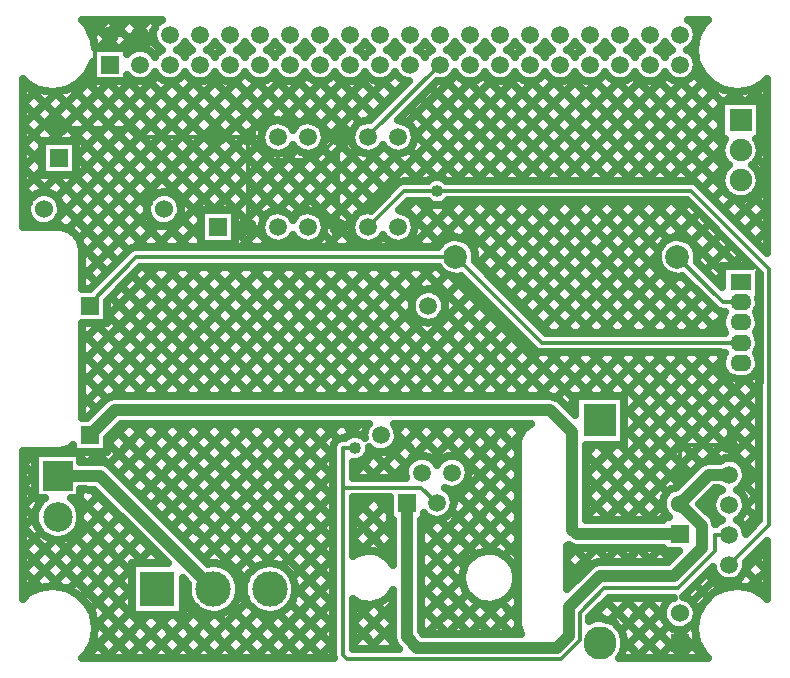
<source format=gbr>
G04 DipTrace 2.4.0.1*
%INTop.gbr*%
%MOMM*%
%ADD13C,1.0*%
%ADD14C,0.33*%
%ADD15C,0.635*%
%ADD16C,2.0*%
%ADD18R,1.5X1.5*%
%ADD19C,1.5*%
%ADD20R,2.8X2.8*%
%ADD21C,2.8*%
%ADD22C,1.5*%
%ADD23R,2.5X2.5*%
%ADD24C,2.5*%
%ADD25R,1.524X1.524*%
%ADD26C,1.524*%
%ADD27R,1.9X1.9*%
%ADD28C,1.9*%
%ADD29C,1.524*%
%ADD30R,3.0X3.0*%
%ADD31C,3.0*%
%ADD32R,1.8X1.4*%
%ADD33O,1.8X1.4*%
%ADD34C,1.016*%
%FSLAX53Y53*%
G04*
G71*
G90*
G75*
G01*
%LNTop*%
%LPD*%
X66610Y21480D2*
D13*
X57885D1*
X57530Y21835D1*
Y30122D1*
X55672Y31980D1*
X18807D1*
X16668Y29841D1*
X30070Y47470D2*
D14*
Y55090D1*
X14050Y55850D2*
X17122Y58922D1*
Y62529D1*
X18365Y63772D1*
X14050Y55850D2*
X19824D1*
X20584Y55090D1*
X27530D1*
X18365Y63772D2*
X20905D1*
X37690Y55090D2*
Y47470D1*
X30070Y55090D2*
X31985Y53175D1*
X35775D1*
X37690Y55090D1*
X27530D2*
X30070D1*
X66610Y26560D2*
Y28392D1*
X67270Y29052D1*
X70808D1*
X30020Y47440D2*
X30070D1*
Y47470D1*
X37690D2*
X39290Y45870D1*
X43920D1*
X47840Y49790D1*
X67300D1*
X73540Y43550D1*
Y34240D1*
X70808Y31508D1*
Y29052D1*
X66424Y44955D2*
X70269Y41110D1*
X71760D1*
X40230Y47470D2*
X43260Y50500D1*
X46100D1*
Y50560D1*
X67565D1*
X74200Y43925D1*
Y22284D1*
X70808Y18892D1*
X39140Y28760D2*
X38120D1*
Y25420D1*
X44750D1*
X46040Y24130D1*
X38120Y25420D2*
Y11230D1*
X38420Y10930D1*
X56580D1*
X58130Y12480D1*
Y14830D1*
X60240Y16940D1*
X66500D1*
X69620Y20060D1*
Y21432D1*
X70808D1*
X71760Y37690D2*
X54940D1*
X48370Y44260D1*
X47628D1*
Y44910D1*
X20600D1*
X16668Y40978D1*
Y40796D1*
X47628Y44910D2*
Y44955D1*
X46305Y61232D2*
X40230Y55157D1*
Y55090D1*
X27134Y16827D2*
D13*
X17531Y26430D1*
X13950D1*
X43500Y24130D2*
Y12758D1*
X44408Y11850D1*
X56210D1*
X57240Y12880D1*
Y15310D1*
X59890Y17960D1*
X66110D1*
X68480Y20330D1*
Y22150D1*
X66610Y24020D1*
X69102Y26512D1*
X70808D1*
D34*
X39140Y28760D3*
X46100Y50500D3*
X18113Y64974D2*
D15*
X16912Y63773D1*
X12227Y59088D2*
X11026Y57887D1*
X19909Y64974D2*
X17635Y62700D1*
X13848Y58912D2*
X11026Y56091D1*
X21705Y64974D2*
X19431Y62700D1*
X16900Y60168D2*
X11026Y54295D1*
X22000Y63473D2*
X21206Y62679D1*
X18289Y59761D2*
X13306Y54779D1*
X12585Y54057D2*
X11026Y52499D1*
X20232Y59909D2*
X15102Y54779D1*
X12585Y52261D2*
X11026Y50702D1*
X24891Y62771D2*
X24447Y62328D1*
X22351Y60231D2*
X15516Y53397D1*
X13960Y51840D2*
X12548Y50429D1*
X11350Y49231D2*
X11029Y48909D1*
X23719Y59803D2*
X13909Y49994D1*
X11792Y47877D2*
X11440Y47524D1*
X25536Y59824D2*
X14155Y48443D1*
X30124Y62617D2*
X29674Y62166D1*
X27585Y60077D2*
X14850Y47342D1*
X32327Y63024D2*
X32149Y62845D1*
X31993Y62690D2*
X31810Y62507D1*
X29788Y60484D2*
X15790Y46486D1*
X30875Y59775D2*
X16021Y44921D1*
X35393Y62498D2*
X34880Y61984D1*
X32854Y59958D2*
X23318Y50422D1*
X21516Y48620D2*
X16021Y43125D1*
X37533Y62841D2*
X37076Y62384D1*
X34986Y60295D2*
X24314Y49622D1*
X22323Y47631D2*
X20462Y45770D1*
X36263Y59775D2*
X32999Y56512D1*
X31184Y54696D2*
X22279Y45791D1*
X38136Y59853D2*
X34781Y56498D1*
X32019Y53735D2*
X27218Y48935D1*
X26062Y47778D2*
X24075Y45791D1*
X22309Y44025D2*
X18133Y39849D1*
X17615Y39331D2*
X16021Y37737D1*
X42760Y62680D2*
X42316Y62237D1*
X40220Y60140D2*
X36213Y56133D1*
X34109Y54029D2*
X29000Y48920D1*
X26083Y46003D2*
X25876Y45796D1*
X24105Y44025D2*
X16021Y35941D1*
X41771Y59895D2*
X36535Y54659D1*
X35583Y53707D2*
X29000Y47124D1*
X27879Y46003D2*
X27672Y45796D1*
X25901Y44025D2*
X16021Y34145D1*
X43461Y59789D2*
X40226Y56554D1*
X38761Y55089D2*
X32607Y48935D1*
X31142Y47470D2*
X29463Y45791D1*
X27697Y44025D2*
X16021Y32349D1*
X12150Y28478D2*
X11026Y27354D1*
X48015Y62547D2*
X47536Y62068D1*
X39357Y53889D2*
X33813Y48345D1*
X31738Y46270D2*
X31260Y45791D1*
X29493Y44025D2*
X18645Y33177D1*
X11981Y26513D2*
X11026Y25558D1*
X50176Y62911D2*
X49704Y62440D1*
X47636Y60372D2*
X43593Y56329D1*
X41532Y54268D2*
X35974Y48710D1*
X33913Y46649D2*
X33056Y45791D1*
X31289Y44025D2*
X20462Y33198D1*
X11981Y24717D2*
X11026Y23762D1*
X48822Y59761D2*
X44239Y55179D1*
X42683Y53622D2*
X36620Y47559D1*
X35064Y46003D2*
X34857Y45796D1*
X33085Y44025D2*
X22258Y33198D1*
X19825Y30765D2*
X18133Y29073D1*
X17433Y28373D2*
X16709Y27648D1*
X11981Y22921D2*
X11026Y21966D1*
X50751Y59895D2*
X39650Y48794D1*
X38908Y48052D2*
X36648Y45791D1*
X34881Y44025D2*
X24054Y33198D1*
X21621Y30765D2*
X18273Y27417D1*
X16072Y25215D2*
X15916Y25060D1*
X12466Y21609D2*
X11026Y20170D1*
X55395Y62743D2*
X54952Y62300D1*
X52856Y60203D2*
X44035Y51383D1*
X39126Y46473D2*
X38444Y45791D1*
X36677Y44025D2*
X25850Y33198D1*
X23417Y30765D2*
X19178Y26526D1*
X17433Y24780D2*
X15895Y23243D1*
X13637Y20985D2*
X11026Y18374D1*
X54266Y59817D2*
X46175Y51727D1*
X44065Y49616D2*
X43299Y48850D1*
X40480Y46031D2*
X40236Y45788D1*
X38473Y44025D2*
X27646Y33198D1*
X25213Y30765D2*
X20076Y25628D1*
X18331Y23882D2*
X11026Y16578D1*
X56055Y59810D2*
X47684Y51439D1*
X45608Y49364D2*
X44176Y47931D1*
X42311Y46066D2*
X42035Y45791D1*
X40269Y44025D2*
X29442Y33198D1*
X27009Y30765D2*
X20974Y24730D1*
X19229Y22984D2*
X13362Y17118D1*
X60636Y62596D2*
X60179Y62138D1*
X58096Y60056D2*
X49480Y51439D1*
X47720Y49680D2*
X43832Y45791D1*
X42065Y44025D2*
X31239Y33198D1*
X28805Y30765D2*
X21872Y23832D1*
X20127Y22086D2*
X14899Y16858D1*
X62825Y62989D2*
X62326Y62489D1*
X60285Y60449D2*
X51276Y51439D1*
X49516Y49680D2*
X45628Y45791D1*
X43861Y44025D2*
X33035Y33198D1*
X30601Y30765D2*
X22770Y22934D1*
X21025Y21188D2*
X15986Y16150D1*
X61401Y59768D2*
X53072Y51439D1*
X51312Y49680D2*
X48217Y46584D1*
X45657Y44025D2*
X34831Y33198D1*
X32398Y30765D2*
X23668Y22036D1*
X21923Y20290D2*
X20680Y19047D1*
X20169Y18536D2*
X16751Y15118D1*
X68403Y64974D2*
X67924Y64496D1*
X63365Y59937D2*
X54868Y51439D1*
X53108Y49680D2*
X49171Y45742D1*
X46843Y43414D2*
X45663Y42234D1*
X43889Y40461D2*
X36627Y33198D1*
X34194Y30765D2*
X24566Y21138D1*
X22821Y19392D2*
X22479Y19050D1*
X20169Y16740D2*
X17137Y13708D1*
X67891Y62666D2*
X67587Y62363D1*
X65491Y60266D2*
X56664Y51439D1*
X54904Y49680D2*
X49564Y44339D1*
X48288Y43064D2*
X46666Y41442D1*
X44682Y39458D2*
X38423Y33198D1*
X35990Y30765D2*
X25464Y20240D1*
X20169Y14944D2*
X16246Y11021D1*
X66803Y59782D2*
X58460Y51439D1*
X56700Y49680D2*
X50462Y43441D1*
X49186Y42166D2*
X40219Y33198D1*
X37786Y30765D2*
X26363Y19342D1*
X21628Y14607D2*
X18042Y11021D1*
X68852Y60035D2*
X60256Y51439D1*
X58496Y49680D2*
X51360Y42543D1*
X50084Y41268D2*
X42015Y33198D1*
X39582Y30765D2*
X38696Y29880D1*
X37238Y28422D2*
X27780Y18963D1*
X25003Y16186D2*
X24602Y15785D1*
X23424Y14607D2*
X19838Y11021D1*
X69877Y59264D2*
X62053Y51440D1*
X60293Y49680D2*
X52259Y41646D1*
X50983Y40370D2*
X43812Y33199D1*
X37239Y26626D2*
X28861Y18248D1*
X25712Y15099D2*
X21635Y11022D1*
X71287Y58878D2*
X70598Y58189D1*
X70094Y57685D2*
X63849Y51440D1*
X62089Y49680D2*
X53157Y40748D1*
X51881Y39472D2*
X45608Y33199D1*
X43175Y30766D2*
X42738Y30329D1*
X40852Y28444D2*
X39006Y26597D1*
X37239Y24830D2*
X31387Y18978D1*
X29732Y17323D2*
X29352Y16943D1*
X27017Y14608D2*
X23431Y11022D1*
X73974Y59769D2*
X72394Y58189D1*
X70094Y55889D2*
X65645Y51440D1*
X63885Y49680D2*
X54055Y39850D1*
X52779Y38574D2*
X47404Y33199D1*
X44971Y30766D2*
X40507Y26302D1*
X37239Y23034D2*
X32979Y18774D1*
X29936Y15731D2*
X25227Y11022D1*
X73974Y57973D2*
X73425Y57424D1*
X70101Y54100D2*
X67441Y51440D1*
X65681Y49680D2*
X54953Y38952D1*
X53677Y37676D2*
X49200Y33199D1*
X46767Y30766D2*
X42303Y26302D1*
X40537Y24536D2*
X39006Y23005D1*
X37239Y21238D2*
X33863Y17862D1*
X30848Y14847D2*
X27023Y11022D1*
X73974Y56177D2*
X73425Y55628D1*
X70578Y52781D2*
X68599Y50802D1*
X67323Y49526D2*
X56370Y38573D1*
X54646Y36848D2*
X50996Y33199D1*
X48563Y30766D2*
X45657Y27860D1*
X42031Y24234D2*
X39006Y21209D1*
X37239Y19442D2*
X33997Y16200D1*
X32518Y14721D2*
X28819Y11022D1*
X73974Y54381D2*
X73418Y53825D1*
X70263Y50670D2*
X69497Y49904D1*
X68221Y48628D2*
X66248Y46655D1*
X64720Y45127D2*
X58166Y38573D1*
X56399Y36806D2*
X52792Y33199D1*
X50359Y30766D2*
X47691Y28098D1*
X42256Y22662D2*
X39532Y19939D1*
X37239Y17646D2*
X30615Y11022D1*
X73974Y52585D2*
X73355Y51966D1*
X71231Y49842D2*
X70395Y49005D1*
X69119Y47730D2*
X67609Y46220D1*
X65155Y43766D2*
X59962Y38573D1*
X58196Y36806D2*
X54588Y33199D1*
X52155Y30766D2*
X48660Y27270D1*
X42284Y20894D2*
X41293Y19904D1*
X37239Y15850D2*
X32411Y11022D1*
X73974Y50789D2*
X71293Y48107D1*
X70017Y46832D2*
X68143Y44957D1*
X66425Y43240D2*
X61758Y38573D1*
X59992Y36806D2*
X56251Y33066D1*
X53151Y29966D2*
X47502Y24317D1*
X45855Y22669D2*
X44717Y21532D1*
X37239Y14054D2*
X34207Y11022D1*
X73974Y48993D2*
X72191Y47209D1*
X70915Y45934D2*
X68816Y43835D1*
X67541Y42559D2*
X63554Y38573D1*
X61788Y36806D2*
X58215Y33234D1*
X57732Y32751D2*
X57191Y32210D1*
X52878Y27896D2*
X44717Y19735D1*
X40453Y15471D2*
X39006Y14025D1*
X37239Y12258D2*
X36003Y11022D1*
X73974Y47197D2*
X73089Y46311D1*
X71813Y45036D2*
X71012Y44235D1*
X70143Y43366D2*
X69714Y42937D1*
X68439Y41661D2*
X65350Y38573D1*
X63584Y36806D2*
X60011Y33234D1*
X52878Y26100D2*
X44717Y17939D1*
X42284Y15506D2*
X39006Y12229D1*
X69337Y40763D2*
X67146Y38573D1*
X65380Y36806D2*
X61807Y33234D1*
X52878Y24304D2*
X44717Y16143D1*
X42284Y13710D2*
X40388Y11815D1*
X70242Y39872D2*
X68942Y38573D1*
X67176Y36806D2*
X61969Y31599D1*
X59367Y28998D2*
X58748Y28379D1*
X52878Y22508D2*
X50470Y20100D1*
X48163Y17793D2*
X44717Y14347D1*
X42459Y12090D2*
X42184Y11815D1*
X68972Y36806D2*
X61969Y29803D1*
X61163Y28998D2*
X58748Y26583D1*
X52878Y20712D2*
X51845Y19679D1*
X48584Y16418D2*
X45236Y13070D1*
X70172Y36210D2*
X58748Y24787D1*
X52878Y18916D2*
X52631Y18669D1*
X49587Y15626D2*
X47032Y13070D1*
X70635Y34877D2*
X58748Y22991D1*
X52878Y17120D2*
X52546Y16789D1*
X51467Y15710D2*
X48828Y13070D1*
X72136Y34582D2*
X60250Y22696D1*
X57817Y20263D2*
X57121Y19567D1*
X52878Y15324D2*
X50624Y13070D1*
X73315Y33965D2*
X62046Y22696D1*
X59613Y20263D2*
X57121Y17771D1*
X52920Y13570D2*
X52420Y13070D1*
X73315Y32169D2*
X68830Y27684D1*
X65127Y23981D2*
X63842Y22696D1*
X61409Y20263D2*
X60320Y19174D1*
X73315Y30373D2*
X70921Y27979D1*
X63205Y20263D2*
X62116Y19174D1*
X73315Y28577D2*
X72057Y27320D1*
X70003Y25265D2*
X68557Y23819D1*
X65001Y20263D2*
X63912Y19174D1*
X60798Y16061D2*
X59015Y14277D1*
X73315Y26781D2*
X71700Y25166D1*
X69617Y23083D2*
X69447Y22913D1*
X62594Y16061D2*
X60748Y14214D1*
X73315Y24985D2*
X72275Y23945D1*
X64391Y16061D2*
X61688Y13358D1*
X73315Y23189D2*
X72163Y22037D1*
X65162Y15036D2*
X61898Y11773D1*
X69758Y17836D2*
X67708Y15786D1*
X65590Y13668D2*
X62944Y11022D1*
X73974Y20256D2*
X72198Y18480D1*
X71217Y17499D2*
X70738Y17020D1*
X67120Y13402D2*
X64740Y11022D1*
X73974Y18460D2*
X72513Y16999D1*
X68004Y12490D2*
X66536Y11022D1*
X73974Y16664D2*
X73723Y16413D1*
X68593Y11283D2*
X68332Y11022D1*
X72773Y59088D2*
X73974Y57887D1*
X67497Y62568D2*
X67926Y62138D1*
X71152Y58912D2*
X71876Y58188D1*
X73425Y56639D2*
X73974Y56091D1*
X65322Y62947D2*
X65801Y62468D1*
X67862Y60407D2*
X70094Y58174D1*
X73418Y54850D2*
X73974Y54295D1*
X66704Y59768D2*
X70094Y56378D1*
X73257Y53216D2*
X73974Y52499D1*
X64761Y59916D2*
X70165Y54512D1*
X73425Y51251D2*
X73974Y50702D1*
X60109Y62771D2*
X60546Y62335D1*
X62649Y60231D2*
X70417Y52463D1*
X72780Y50101D2*
X73974Y48906D1*
X61288Y59796D2*
X70214Y50871D1*
X71194Y49890D2*
X73974Y47110D1*
X59464Y59824D2*
X67990Y51299D1*
X54869Y62624D2*
X55319Y62173D1*
X57408Y60084D2*
X66053Y51439D1*
X55614Y60083D2*
X64257Y51439D1*
X66017Y49680D2*
X71455Y44241D1*
X54125Y59775D2*
X62461Y51439D1*
X64221Y49680D2*
X70143Y43757D1*
X49607Y62498D2*
X50113Y61991D1*
X52146Y59958D2*
X60665Y51439D1*
X62425Y49680D2*
X65618Y46486D1*
X47467Y62841D2*
X47917Y62391D1*
X50007Y60302D2*
X58869Y51439D1*
X60629Y49680D2*
X64790Y45518D1*
X70030Y40278D2*
X70281Y40027D1*
X48737Y59775D2*
X57073Y51439D1*
X58833Y49680D2*
X69940Y38572D1*
X46857Y59860D2*
X55277Y51439D1*
X57037Y49680D2*
X68144Y38572D1*
X69911Y36806D2*
X70228Y36488D1*
X72149Y34568D2*
X73315Y33401D1*
X42233Y62687D2*
X42677Y62244D1*
X45636Y59284D2*
X53481Y51439D1*
X55240Y49680D2*
X66348Y38572D1*
X68115Y36806D2*
X73315Y31605D1*
X43243Y59881D2*
X43462Y59662D1*
X44738Y58386D2*
X51685Y51439D1*
X53444Y49680D2*
X64552Y38572D1*
X66318Y36806D2*
X73315Y29809D1*
X41539Y59789D2*
X42564Y58764D1*
X43840Y57488D2*
X49889Y51439D1*
X51648Y49680D2*
X62756Y38572D1*
X64522Y36806D2*
X73315Y28013D1*
X36985Y62547D2*
X37457Y62075D1*
X39525Y60007D2*
X41666Y57866D1*
X44212Y55320D2*
X48093Y51439D1*
X49852Y49680D2*
X60960Y38572D1*
X62726Y36806D2*
X73315Y26217D1*
X34817Y62918D2*
X35289Y62447D1*
X37357Y60379D2*
X40768Y56968D1*
X43756Y53980D2*
X46009Y51727D1*
X48056Y49680D2*
X59164Y38572D1*
X60930Y36806D2*
X69989Y27747D1*
X72043Y25692D2*
X73315Y24421D1*
X36178Y59761D2*
X39540Y56399D1*
X42156Y53784D2*
X44557Y51383D1*
X46583Y49357D2*
X57368Y38572D1*
X59134Y36806D2*
X68404Y27536D1*
X72254Y23686D2*
X73294Y22646D1*
X34249Y59895D2*
X38783Y55361D1*
X40500Y53644D2*
X42845Y51299D1*
X44527Y49616D2*
X47475Y46668D1*
X49340Y44804D2*
X55572Y38572D1*
X57338Y36806D2*
X60911Y33233D1*
X61969Y32175D2*
X67492Y26652D1*
X69244Y24900D2*
X69491Y24653D1*
X72128Y22016D2*
X72389Y21755D1*
X73664Y20480D2*
X73971Y20172D1*
X29598Y62750D2*
X30041Y62307D1*
X32137Y60210D2*
X41919Y50429D1*
X43194Y49153D2*
X46290Y46058D1*
X55542Y36806D2*
X59115Y33233D1*
X61969Y30379D2*
X66593Y25754D1*
X68346Y24002D2*
X69814Y22534D1*
X72766Y19582D2*
X73974Y18374D1*
X30734Y59817D2*
X34265Y56287D1*
X36347Y54205D2*
X41021Y49531D1*
X43966Y46586D2*
X44760Y45791D1*
X47263Y43288D2*
X57732Y32819D1*
X61555Y28997D2*
X65513Y25039D1*
X72191Y18361D2*
X73974Y16578D1*
X28938Y59817D2*
X32237Y56519D1*
X35133Y53622D2*
X39856Y48899D1*
X42752Y46003D2*
X42959Y45796D1*
X44731Y44025D2*
X55558Y33198D1*
X59759Y28997D2*
X65239Y23516D1*
X71272Y17484D2*
X71631Y17125D1*
X21985Y64974D2*
X22279Y64681D1*
X24357Y62603D2*
X24814Y62145D1*
X26897Y60063D2*
X31262Y55698D1*
X33218Y53742D2*
X38881Y48079D1*
X40837Y46123D2*
X41168Y45791D1*
X42935Y44025D2*
X44788Y42171D1*
X46709Y40250D2*
X53762Y33198D1*
X58748Y28211D2*
X64264Y22695D1*
X68900Y18059D2*
X70108Y16851D1*
X20189Y64974D2*
X22667Y62496D1*
X24708Y60456D2*
X39372Y45791D1*
X41139Y44025D2*
X43918Y41245D1*
X45776Y39387D2*
X51965Y33198D1*
X58748Y26415D2*
X62468Y22695D1*
X64901Y20262D2*
X65780Y19384D1*
X68002Y17161D2*
X69021Y16143D1*
X18393Y64974D2*
X20682Y62686D1*
X23599Y59768D2*
X34545Y48822D1*
X36501Y46866D2*
X37576Y45791D1*
X39343Y44025D2*
X50169Y33198D1*
X52603Y30765D2*
X53207Y30160D1*
X58748Y24619D2*
X60672Y22695D1*
X63105Y20262D2*
X64187Y19180D1*
X67097Y16270D2*
X67358Y16009D1*
X67855Y15513D2*
X68256Y15111D1*
X16597Y64974D2*
X18872Y62700D1*
X21635Y59937D2*
X32637Y48935D1*
X35526Y46045D2*
X35782Y45789D1*
X37547Y44025D2*
X48373Y33198D1*
X50806Y30765D2*
X52878Y28694D1*
X61309Y20262D2*
X62391Y19180D1*
X65512Y16060D2*
X65651Y15920D1*
X19832Y59944D2*
X31416Y48359D1*
X33498Y46277D2*
X33984Y45791D1*
X35751Y44025D2*
X46577Y33198D1*
X49010Y30765D2*
X52878Y26898D1*
X59513Y20262D2*
X60595Y19180D1*
X63716Y16060D2*
X65141Y14634D1*
X66473Y13303D2*
X68754Y11021D1*
X18218Y59761D2*
X32188Y45791D1*
X33954Y44025D2*
X44781Y33198D1*
X47214Y30765D2*
X52878Y25102D1*
X57689Y20290D2*
X59087Y18893D1*
X61920Y16060D2*
X66958Y11021D1*
X16155Y60028D2*
X27249Y48935D1*
X28994Y47189D2*
X30392Y45791D1*
X32158Y44025D2*
X42985Y33198D1*
X45418Y30765D2*
X52878Y23306D1*
X57121Y19063D2*
X58182Y18002D1*
X60376Y15807D2*
X65162Y11021D1*
X15123Y59264D2*
X26062Y48325D1*
X28383Y46004D2*
X28592Y45795D1*
X30362Y44026D2*
X41188Y33199D1*
X43621Y30766D2*
X46485Y27902D1*
X48547Y25841D2*
X52877Y21510D1*
X57127Y17260D2*
X57285Y17103D1*
X59484Y14903D2*
X60005Y14382D1*
X61961Y12426D2*
X63365Y11022D1*
X13713Y58878D2*
X22281Y50310D1*
X24293Y48298D2*
X26062Y46529D1*
X26587Y46004D2*
X26796Y45795D1*
X28565Y44026D2*
X39392Y33199D1*
X42808Y29784D2*
X44479Y28112D1*
X47389Y25202D2*
X52877Y19714D1*
X11026Y59769D2*
X21502Y49293D1*
X23269Y47527D2*
X25003Y45792D1*
X26769Y44026D2*
X37596Y33199D1*
X42176Y28619D2*
X43447Y27348D1*
X47354Y23441D2*
X50716Y20079D1*
X11026Y57973D2*
X14220Y54780D1*
X15516Y53483D2*
X23207Y45792D1*
X24973Y44026D2*
X35800Y33199D1*
X38233Y30766D2*
X39013Y29986D1*
X40366Y28633D2*
X42697Y26302D1*
X46316Y22684D2*
X49243Y19757D1*
X52461Y16538D2*
X52877Y16122D1*
X11026Y56177D2*
X12585Y54618D1*
X15362Y51841D2*
X21411Y45792D1*
X23177Y44026D2*
X34004Y33199D1*
X36437Y30766D2*
X37666Y29537D1*
X39594Y27609D2*
X40901Y26302D1*
X44716Y22487D2*
X48387Y18816D1*
X51514Y15689D2*
X52877Y14326D1*
X11026Y54381D2*
X12585Y52822D1*
X13566Y51841D2*
X19909Y45498D1*
X21381Y44026D2*
X32208Y33199D1*
X34641Y30766D2*
X37238Y28168D1*
X40871Y24536D2*
X42030Y23377D1*
X44716Y20691D2*
X48267Y17140D1*
X49837Y15569D2*
X52336Y13070D1*
X11026Y52585D2*
X13230Y50381D1*
X14197Y49414D2*
X19011Y44600D1*
X20287Y43324D2*
X30412Y33199D1*
X32845Y30766D2*
X37238Y26372D1*
X39075Y24536D2*
X42283Y21328D1*
X44716Y18895D2*
X50540Y13070D1*
X11026Y50789D2*
X11757Y50058D1*
X13874Y47940D2*
X14332Y47483D1*
X15979Y45836D2*
X18113Y43702D1*
X19389Y42426D2*
X28616Y33199D1*
X31049Y30766D2*
X37238Y24576D1*
X39005Y22810D2*
X42283Y19532D1*
X44716Y17099D2*
X48744Y13070D1*
X11026Y48993D2*
X11375Y48644D1*
X16021Y43998D2*
X17215Y42804D1*
X18491Y41528D2*
X26820Y33199D1*
X29253Y30766D2*
X37238Y22780D1*
X39005Y21014D2*
X39947Y20072D1*
X44716Y15303D2*
X46948Y13070D1*
X18133Y40090D2*
X25024Y33199D1*
X27457Y30766D2*
X37238Y20984D1*
X42029Y16194D2*
X42277Y15945D1*
X44716Y13507D2*
X45152Y13070D1*
X17102Y39325D2*
X23228Y33199D1*
X25661Y30766D2*
X37238Y19188D1*
X40899Y15527D2*
X42283Y14144D1*
X16021Y38609D2*
X21432Y33199D1*
X23865Y30766D2*
X37238Y17392D1*
X39005Y15626D2*
X42479Y12151D1*
X16021Y36813D2*
X19636Y33199D1*
X22069Y30766D2*
X37238Y15596D1*
X39005Y13830D2*
X41020Y11815D1*
X16021Y35017D2*
X18071Y32967D1*
X20273Y30766D2*
X31998Y19041D1*
X34094Y16945D2*
X37238Y13800D1*
X39005Y12034D2*
X39224Y11815D1*
X16021Y33221D2*
X17159Y32083D1*
X18912Y30331D2*
X30594Y18648D1*
X33708Y15534D2*
X37238Y12004D1*
X18133Y29313D2*
X29809Y17638D1*
X32698Y14749D2*
X36425Y11022D1*
X17277Y28373D2*
X26652Y18999D1*
X29309Y16341D2*
X30173Y15477D1*
X30532Y15119D2*
X34629Y11022D1*
X15081Y28773D2*
X15454Y28400D1*
X15916Y27938D2*
X16205Y27649D1*
X28664Y15191D2*
X32832Y11022D1*
X16849Y25209D2*
X23010Y19048D1*
X24602Y17457D2*
X24933Y17126D1*
X27436Y14622D2*
X31036Y11022D1*
X11784Y28479D2*
X11982Y28280D1*
X15797Y24466D2*
X21214Y19048D1*
X24602Y15661D2*
X29240Y11022D1*
X11026Y27440D2*
X11981Y26485D1*
X15895Y22571D2*
X20169Y18297D1*
X23858Y14608D2*
X27444Y11022D1*
X11026Y25644D2*
X11981Y24689D1*
X12206Y24464D2*
X12450Y24220D1*
X15242Y21428D2*
X20169Y16501D1*
X22062Y14608D2*
X25648Y11022D1*
X11026Y23848D2*
X11981Y22893D1*
X13909Y20965D2*
X23852Y11022D1*
X11026Y22052D2*
X22056Y11022D1*
X11026Y20256D2*
X14262Y17020D1*
X17031Y14251D2*
X20260Y11022D1*
X11026Y18460D2*
X12487Y16999D1*
X17003Y12483D2*
X18464Y11022D1*
X11026Y16664D2*
X11277Y16413D1*
X16414Y11276D2*
X16665Y11025D1*
X15970Y31264D2*
X16426D1*
X17978Y32809D1*
X18230Y33001D1*
X18616Y33137D1*
X19442Y33153D1*
X55672D1*
X55986Y33110D1*
X56355Y32934D1*
X56951Y32360D1*
X57786Y31525D1*
X57780Y33189D1*
X61926D1*
Y29043D1*
X58701D1*
X58703Y22651D1*
X65178Y22653D1*
X65175Y22915D1*
X65701D1*
X65520Y23087D1*
X65341Y23349D1*
X65225Y23644D1*
X65176Y23957D1*
X65198Y24273D1*
X65288Y24577D1*
X65442Y24854D1*
X65654Y25090D1*
X65912Y25274D1*
X66204Y25396D1*
X66350Y25422D1*
X68273Y27341D1*
X68525Y27533D1*
X68911Y27669D1*
X69737Y27685D1*
X70005D1*
X70160Y27779D1*
X70456Y27891D1*
X70770Y27934D1*
X71086Y27907D1*
X71387Y27811D1*
X71661Y27651D1*
X71892Y27434D1*
X72069Y27171D1*
X72183Y26876D1*
X72231Y26512D1*
X72195Y26197D1*
X72091Y25898D1*
X71923Y25629D1*
X71700Y25404D1*
X71441Y25239D1*
X71661Y25111D1*
X71892Y24894D1*
X72069Y24631D1*
X72183Y24336D1*
X72231Y23972D1*
X72195Y23657D1*
X72091Y23358D1*
X71923Y23089D1*
X71700Y22864D1*
X71441Y22699D1*
X71661Y22571D1*
X71892Y22354D1*
X72069Y22091D1*
X72183Y21796D1*
X72236Y21505D1*
X73365Y22635D1*
X73362Y43587D1*
X73333Y43558D1*
Y41447D1*
X73283D1*
X73333Y41110D1*
X73296Y40795D1*
X73189Y40497D1*
X73032Y40257D1*
X73164Y40060D1*
X73283Y39767D1*
X73333Y39400D1*
X73296Y39085D1*
X73189Y38787D1*
X73032Y38547D1*
X73164Y38350D1*
X73283Y38057D1*
X73333Y37690D1*
X73296Y37375D1*
X73189Y37077D1*
X73032Y36837D1*
X73164Y36640D1*
X73283Y36347D1*
X73333Y35980D1*
X73296Y35665D1*
X73189Y35367D1*
X73016Y35102D1*
X72786Y34884D1*
X72513Y34723D1*
X72210Y34630D1*
X71960Y34607D1*
X71560Y34617D1*
X71182Y34660D1*
X70889Y34782D1*
X70632Y34968D1*
X70425Y35207D1*
X70278Y35488D1*
X70200Y35795D1*
X70193Y36112D1*
X70260Y36421D1*
X70396Y36708D1*
X70488Y36824D1*
X69855Y36852D1*
X54940D1*
X54630Y36912D1*
X54348Y37098D1*
X48096Y43349D1*
X47716Y43284D1*
X47399Y43298D1*
X47090Y43371D1*
X46801Y43501D1*
X46542Y43683D1*
X46321Y43910D1*
X46218Y44068D1*
X29848Y44072D1*
X20948D1*
X18084Y41210D1*
X18091Y39373D1*
X15978D1*
Y31266D1*
X18091Y29607D2*
Y28418D1*
X15245D1*
Y28984D1*
X14954Y28764D1*
X14472Y28576D1*
X14043Y28523D1*
X10994Y28513D1*
X10978Y28139D1*
Y16005D1*
X11336Y16366D1*
X11454Y16453D1*
X12329Y16895D1*
X12468Y16941D1*
X13437Y17091D1*
X13583Y17093D1*
X14551Y16937D1*
X14691Y16893D1*
X15563Y16446D1*
X15683Y16361D1*
X16374Y15667D1*
X16462Y15549D1*
X16904Y14675D1*
X16951Y14536D1*
X17101Y13569D1*
X17103Y13422D1*
X16947Y12455D1*
X16903Y12315D1*
X16455Y11444D1*
X16370Y11325D1*
X16026Y10981D1*
X37322Y10977D1*
X37282Y11230D1*
Y28760D1*
X37342Y29070D1*
X37511Y29336D1*
X37768Y29520D1*
X38120Y29598D1*
X38309D1*
X38398Y29679D1*
X38669Y29843D1*
X38973Y29929D1*
X39290Y29931D1*
X39596Y29850D1*
X39869Y29689D1*
X39931Y29626D1*
X39916Y29816D1*
X39945Y30131D1*
X40044Y30432D1*
X40207Y30704D1*
X40310Y30811D1*
X27097Y30807D1*
X19289D1*
X18086Y29600D1*
X42726Y29526D2*
X42622Y29227D1*
X42454Y28958D1*
X42231Y28733D1*
X41964Y28563D1*
X41665Y28456D1*
X41351Y28418D1*
X41036Y28451D1*
X40735Y28552D1*
X40465Y28718D1*
X40316Y28863D1*
X40278Y28446D1*
X40154Y28155D1*
X39957Y27907D1*
X39701Y27721D1*
X39405Y27609D1*
X39090Y27580D1*
X38963Y27603D1*
X38958Y26250D1*
X40660Y26258D1*
X43408D1*
X43347Y26645D1*
X43377Y26961D1*
X43476Y27262D1*
X43638Y27533D1*
X43858Y27762D1*
X44122Y27937D1*
X44418Y28049D1*
X44732Y28093D1*
X45048Y28066D1*
X45350Y27970D1*
X45623Y27809D1*
X45854Y27592D1*
X46042Y27302D1*
X46178Y27533D1*
X46398Y27762D1*
X46662Y27937D1*
X46958Y28049D1*
X47272Y28093D1*
X47588Y28066D1*
X47890Y27970D1*
X48163Y27809D1*
X48394Y27592D1*
X48571Y27329D1*
X48685Y27034D1*
X48733Y26670D1*
X48697Y26355D1*
X48593Y26056D1*
X48426Y25787D1*
X48203Y25562D1*
X47935Y25392D1*
X47637Y25285D1*
X47322Y25247D1*
X47007Y25280D1*
X46735Y25372D1*
X46893Y25269D1*
X47124Y25052D1*
X47301Y24789D1*
X47415Y24494D1*
X47463Y24130D1*
X47427Y23815D1*
X47323Y23516D1*
X47156Y23247D1*
X46933Y23022D1*
X46665Y22852D1*
X46367Y22745D1*
X46052Y22707D1*
X45737Y22740D1*
X45437Y22841D1*
X45167Y23007D1*
X44924Y23253D1*
X44923Y22707D1*
X44675D1*
X44673Y13246D1*
X44897Y13020D1*
X53169Y13023D1*
X53010Y13401D1*
X52925Y13914D1*
X52921Y26383D1*
X52934Y29169D1*
X53038Y29685D1*
X53229Y30078D1*
X53428Y30351D1*
X53815Y30708D1*
X53998Y30809D1*
X42387Y30807D1*
X42599Y30500D1*
X42714Y30205D1*
X42761Y29841D1*
X42726Y29526D1*
X15970Y42219D2*
X16724D1*
X20008Y45502D1*
X20269Y45680D1*
X20600Y45748D1*
X46149D1*
X46301Y45973D1*
X46516Y46205D1*
X46772Y46392D1*
X47059Y46528D1*
X47366Y46607D1*
X47682Y46627D1*
X47997Y46587D1*
X48298Y46488D1*
X48575Y46334D1*
X48818Y46131D1*
X49019Y45885D1*
X49169Y45606D1*
X49264Y45304D1*
X49301Y44955D1*
X49251Y44573D1*
X52330Y41485D1*
X55284Y38531D1*
X70468Y38528D1*
X70278Y38908D1*
X70200Y39215D1*
X70193Y39532D1*
X70260Y39841D1*
X70396Y40128D1*
X70488Y40244D1*
X69959Y40332D1*
X69677Y40518D1*
X66849Y43345D1*
X66512Y43284D1*
X66195Y43298D1*
X65886Y43371D1*
X65597Y43501D1*
X65338Y43683D1*
X65117Y43910D1*
X64944Y44176D1*
X64823Y44469D1*
X64760Y44780D1*
X64757Y45097D1*
X64814Y45409D1*
X64928Y45704D1*
X65097Y45973D1*
X65312Y46205D1*
X65568Y46392D1*
X65855Y46528D1*
X66162Y46607D1*
X66478Y46627D1*
X66793Y46587D1*
X67094Y46488D1*
X67371Y46334D1*
X67614Y46131D1*
X67815Y45885D1*
X67965Y45606D1*
X68060Y45304D1*
X68097Y44955D1*
X68036Y44535D1*
X70181Y42383D1*
X70187Y44193D1*
X72757D1*
X71138Y45802D1*
X67216Y49724D1*
X46997Y49722D1*
X46661Y49461D1*
X46365Y49349D1*
X46050Y49320D1*
X45738Y49376D1*
X45453Y49512D1*
X45281Y49661D1*
X43610Y49662D1*
X42835Y48890D1*
X43048Y48865D1*
X43350Y48769D1*
X43623Y48609D1*
X43854Y48392D1*
X44031Y48129D1*
X44146Y47834D1*
X44193Y47470D1*
X44158Y47155D1*
X44054Y46856D1*
X43886Y46587D1*
X43663Y46362D1*
X43395Y46192D1*
X43097Y46085D1*
X42783Y46047D1*
X42467Y46080D1*
X42167Y46181D1*
X41897Y46346D1*
X41670Y46567D1*
X41503Y46825D1*
X41346Y46587D1*
X41123Y46362D1*
X40855Y46192D1*
X40557Y46085D1*
X40243Y46047D1*
X39927Y46080D1*
X39627Y46181D1*
X39357Y46346D1*
X39130Y46567D1*
X38958Y46833D1*
X38848Y47131D1*
X38807Y47445D1*
X38837Y47760D1*
X38936Y48061D1*
X39099Y48333D1*
X39318Y48562D1*
X39582Y48737D1*
X39878Y48849D1*
X40192Y48892D1*
X40439Y48871D1*
X42668Y51092D1*
X42929Y51270D1*
X43260Y51338D1*
X45274D1*
X45358Y51419D1*
X45629Y51583D1*
X45933Y51669D1*
X46250Y51671D1*
X46556Y51590D1*
X46863Y51394D1*
X65785Y51398D1*
X67565D1*
X67875Y51338D1*
X68158Y51152D1*
X74016Y45294D1*
X74023Y48603D1*
Y59984D1*
X73669Y59635D1*
X73551Y59547D1*
X72679Y59106D1*
X72540Y59059D1*
X71574Y58909D1*
X71427Y58907D1*
X70462Y59063D1*
X70322Y59107D1*
X69452Y59554D1*
X69333Y59639D1*
X68643Y60334D1*
X68556Y60452D1*
X68115Y61325D1*
X68047Y61282D1*
X68013Y60917D1*
X67909Y60618D1*
X67741Y60349D1*
X67518Y60124D1*
X67250Y59954D1*
X66952Y59847D1*
X66638Y59809D1*
X66322Y59842D1*
X66022Y59943D1*
X65752Y60108D1*
X65525Y60329D1*
X65358Y60587D1*
X65201Y60349D1*
X64978Y60124D1*
X64710Y59954D1*
X64412Y59847D1*
X64098Y59809D1*
X63782Y59842D1*
X63482Y59943D1*
X63212Y60108D1*
X62985Y60329D1*
X62818Y60587D1*
X62661Y60349D1*
X62438Y60124D1*
X62170Y59954D1*
X61872Y59847D1*
X61558Y59809D1*
X61242Y59842D1*
X60942Y59943D1*
X60672Y60108D1*
X60445Y60329D1*
X60278Y60587D1*
X60121Y60349D1*
X59898Y60124D1*
X59630Y59954D1*
X59332Y59847D1*
X59018Y59809D1*
X58702Y59842D1*
X58402Y59943D1*
X58132Y60108D1*
X57905Y60329D1*
X57738Y60587D1*
X57581Y60349D1*
X57358Y60124D1*
X57090Y59954D1*
X56792Y59847D1*
X56478Y59809D1*
X56162Y59842D1*
X55862Y59943D1*
X55592Y60108D1*
X55365Y60329D1*
X55198Y60587D1*
X55041Y60349D1*
X54818Y60124D1*
X54550Y59954D1*
X54252Y59847D1*
X53938Y59809D1*
X53622Y59842D1*
X53322Y59943D1*
X53052Y60108D1*
X52825Y60329D1*
X52658Y60587D1*
X52501Y60349D1*
X52278Y60124D1*
X52010Y59954D1*
X51712Y59847D1*
X51398Y59809D1*
X51082Y59842D1*
X50782Y59943D1*
X50512Y60108D1*
X50285Y60329D1*
X50118Y60587D1*
X49961Y60349D1*
X49738Y60124D1*
X49470Y59954D1*
X49172Y59847D1*
X48858Y59809D1*
X48542Y59842D1*
X48242Y59943D1*
X47972Y60108D1*
X47745Y60329D1*
X47578Y60587D1*
X47421Y60349D1*
X47198Y60124D1*
X46930Y59954D1*
X46632Y59847D1*
X46318Y59809D1*
X46091Y59833D1*
X42765Y56507D1*
X43048Y56485D1*
X43350Y56389D1*
X43623Y56229D1*
X43854Y56012D1*
X44031Y55749D1*
X44146Y55454D1*
X44193Y55090D1*
X44158Y54775D1*
X44054Y54476D1*
X43886Y54207D1*
X43663Y53982D1*
X43395Y53812D1*
X43097Y53705D1*
X42783Y53667D1*
X42467Y53700D1*
X42167Y53801D1*
X41897Y53966D1*
X41670Y54187D1*
X41503Y54445D1*
X41346Y54207D1*
X41123Y53982D1*
X40855Y53812D1*
X40557Y53705D1*
X40243Y53667D1*
X39927Y53700D1*
X39627Y53801D1*
X39357Y53966D1*
X39130Y54187D1*
X38958Y54453D1*
X38848Y54751D1*
X38807Y55065D1*
X38837Y55380D1*
X38936Y55681D1*
X39099Y55953D1*
X39318Y56182D1*
X39582Y56357D1*
X39878Y56469D1*
X40192Y56512D1*
X40380Y56496D1*
X43700Y59812D1*
X43462Y59842D1*
X43162Y59943D1*
X42892Y60108D1*
X42665Y60329D1*
X42498Y60587D1*
X42341Y60349D1*
X42118Y60124D1*
X41850Y59954D1*
X41552Y59847D1*
X41238Y59809D1*
X40922Y59842D1*
X40622Y59943D1*
X40352Y60108D1*
X40125Y60329D1*
X39958Y60587D1*
X39801Y60349D1*
X39578Y60124D1*
X39310Y59954D1*
X39012Y59847D1*
X38698Y59809D1*
X38382Y59842D1*
X38082Y59943D1*
X37812Y60108D1*
X37585Y60329D1*
X37418Y60587D1*
X37261Y60349D1*
X37038Y60124D1*
X36770Y59954D1*
X36472Y59847D1*
X36158Y59809D1*
X35842Y59842D1*
X35542Y59943D1*
X35272Y60108D1*
X35045Y60329D1*
X34878Y60587D1*
X34721Y60349D1*
X34498Y60124D1*
X34230Y59954D1*
X33932Y59847D1*
X33618Y59809D1*
X33302Y59842D1*
X33002Y59943D1*
X32732Y60108D1*
X32505Y60329D1*
X32338Y60587D1*
X32181Y60349D1*
X31958Y60124D1*
X31690Y59954D1*
X31392Y59847D1*
X31078Y59809D1*
X30762Y59842D1*
X30462Y59943D1*
X30192Y60108D1*
X29965Y60329D1*
X29798Y60587D1*
X29641Y60349D1*
X29418Y60124D1*
X29150Y59954D1*
X28852Y59847D1*
X28538Y59809D1*
X28222Y59842D1*
X27922Y59943D1*
X27652Y60108D1*
X27425Y60329D1*
X27258Y60587D1*
X27101Y60349D1*
X26878Y60124D1*
X26610Y59954D1*
X26312Y59847D1*
X25998Y59809D1*
X25682Y59842D1*
X25382Y59943D1*
X25112Y60108D1*
X24885Y60329D1*
X24718Y60587D1*
X24561Y60349D1*
X24338Y60124D1*
X24070Y59954D1*
X23772Y59847D1*
X23458Y59809D1*
X23142Y59842D1*
X22842Y59943D1*
X22572Y60108D1*
X22345Y60329D1*
X22178Y60587D1*
X22021Y60349D1*
X21798Y60124D1*
X21530Y59954D1*
X21232Y59847D1*
X20918Y59809D1*
X20602Y59842D1*
X20302Y59943D1*
X20032Y60108D1*
X19789Y60354D1*
X19788Y59809D1*
X16942D1*
X16937Y61455D1*
X16893Y61316D1*
X16447Y60445D1*
X16362Y60325D1*
X15669Y59635D1*
X15551Y59547D1*
X14679Y59106D1*
X14540Y59059D1*
X13574Y58909D1*
X13427Y58907D1*
X12462Y59063D1*
X12322Y59107D1*
X11452Y59554D1*
X11333Y59639D1*
X10975Y59997D1*
X10978Y47559D1*
X10987Y47494D1*
X11361Y47477D1*
X14085Y47475D1*
X14552Y47402D1*
X15026Y47195D1*
X15430Y46871D1*
X15736Y46454D1*
X15924Y45972D1*
X15978Y45543D1*
Y42219D1*
X46716Y40481D2*
X46612Y40182D1*
X46444Y39913D1*
X46221Y39688D1*
X45954Y39518D1*
X45655Y39411D1*
X45341Y39373D1*
X45026Y39406D1*
X44725Y39507D1*
X44455Y39672D1*
X44228Y39893D1*
X44056Y40159D1*
X43946Y40457D1*
X43906Y40771D1*
X43935Y41086D1*
X44034Y41387D1*
X44197Y41659D1*
X44416Y41888D1*
X44680Y42063D1*
X44977Y42175D1*
X45290Y42218D1*
X45606Y42191D1*
X45908Y42095D1*
X46181Y41935D1*
X46412Y41718D1*
X46589Y41455D1*
X46704Y41160D1*
X46751Y40796D1*
X46716Y40481D1*
X61901Y11960D2*
X61829Y11651D1*
X61711Y11357D1*
X61467Y10984D1*
X64161Y10977D1*
X68993D1*
X68635Y11334D1*
X68547Y11451D1*
X68105Y12325D1*
X68059Y12464D1*
X67909Y13432D1*
X67907Y13578D1*
X68063Y14545D1*
X68010Y14455D1*
X67907Y14156D1*
X67740Y13886D1*
X67519Y13659D1*
X67253Y13487D1*
X66956Y13377D1*
X66641Y13335D1*
X66326Y13364D1*
X66024Y13460D1*
X65751Y13621D1*
X65520Y13837D1*
X65341Y14099D1*
X65225Y14394D1*
X65176Y14707D1*
X65198Y15023D1*
X65288Y15327D1*
X65442Y15604D1*
X65654Y15840D1*
X65912Y16024D1*
X66103Y16104D1*
X60596Y16102D1*
X58973Y14488D1*
X58968Y14145D1*
X59299Y14273D1*
X59610Y14335D1*
X59927Y14348D1*
X60242Y14312D1*
X60548Y14229D1*
X60838Y14100D1*
X61105Y13928D1*
X61342Y13718D1*
X61545Y13474D1*
X61708Y13201D1*
X61827Y12908D1*
X61900Y12599D1*
X61926Y12276D1*
X61901Y11960D1*
X12945Y54733D2*
X15473D1*
Y51887D1*
X12627D1*
Y54733D1*
X12945D1*
X24085Y62496D2*
X24298Y62371D1*
X24529Y62154D1*
X24717Y61863D1*
X24854Y62095D1*
X25073Y62324D1*
X25346Y62502D1*
X25112Y62648D1*
X24885Y62869D1*
X24718Y63127D1*
X24561Y62889D1*
X24338Y62664D1*
X24079Y62499D1*
X26625Y62496D2*
X26838Y62371D1*
X27069Y62154D1*
X27257Y61863D1*
X27394Y62095D1*
X27613Y62324D1*
X27886Y62502D1*
X27652Y62648D1*
X27425Y62869D1*
X27258Y63127D1*
X27101Y62889D1*
X26878Y62664D1*
X26619Y62499D1*
X29165Y62496D2*
X29378Y62371D1*
X29609Y62154D1*
X29797Y61863D1*
X29934Y62095D1*
X30153Y62324D1*
X30426Y62502D1*
X30192Y62648D1*
X29965Y62869D1*
X29798Y63127D1*
X29641Y62889D1*
X29418Y62664D1*
X29159Y62499D1*
X31705Y62496D2*
X31918Y62371D1*
X32149Y62154D1*
X32337Y61863D1*
X32474Y62095D1*
X32693Y62324D1*
X32966Y62502D1*
X32732Y62648D1*
X32505Y62869D1*
X32338Y63127D1*
X32181Y62889D1*
X31958Y62664D1*
X31699Y62499D1*
X34245Y62496D2*
X34458Y62371D1*
X34689Y62154D1*
X34877Y61863D1*
X35014Y62095D1*
X35233Y62324D1*
X35506Y62502D1*
X35272Y62648D1*
X35045Y62869D1*
X34878Y63127D1*
X34721Y62889D1*
X34498Y62664D1*
X34239Y62499D1*
X36785Y62496D2*
X36998Y62371D1*
X37229Y62154D1*
X37417Y61863D1*
X37554Y62095D1*
X37773Y62324D1*
X38046Y62502D1*
X37812Y62648D1*
X37585Y62869D1*
X37418Y63127D1*
X37261Y62889D1*
X37038Y62664D1*
X36779Y62499D1*
X39325Y62496D2*
X39538Y62371D1*
X39769Y62154D1*
X39957Y61863D1*
X40094Y62095D1*
X40313Y62324D1*
X40586Y62502D1*
X40352Y62648D1*
X40125Y62869D1*
X39958Y63127D1*
X39801Y62889D1*
X39578Y62664D1*
X39319Y62499D1*
X41865Y62496D2*
X42078Y62371D1*
X42309Y62154D1*
X42497Y61863D1*
X42634Y62095D1*
X42853Y62324D1*
X43126Y62502D1*
X42892Y62648D1*
X42665Y62869D1*
X42498Y63127D1*
X42341Y62889D1*
X42118Y62664D1*
X41859Y62499D1*
X44405Y62496D2*
X44618Y62371D1*
X44849Y62154D1*
X45037Y61863D1*
X45174Y62095D1*
X45393Y62324D1*
X45666Y62502D1*
X45432Y62648D1*
X45205Y62869D1*
X45038Y63127D1*
X44881Y62889D1*
X44658Y62664D1*
X44399Y62499D1*
X46945Y62496D2*
X47158Y62371D1*
X47389Y62154D1*
X47577Y61863D1*
X47714Y62095D1*
X47933Y62324D1*
X48206Y62502D1*
X47972Y62648D1*
X47745Y62869D1*
X47578Y63127D1*
X47421Y62889D1*
X47198Y62664D1*
X46939Y62499D1*
X49485Y62496D2*
X49698Y62371D1*
X49929Y62154D1*
X50117Y61863D1*
X50254Y62095D1*
X50473Y62324D1*
X50746Y62502D1*
X50512Y62648D1*
X50285Y62869D1*
X50118Y63127D1*
X49961Y62889D1*
X49738Y62664D1*
X49479Y62499D1*
X52025Y62496D2*
X52238Y62371D1*
X52469Y62154D1*
X52657Y61863D1*
X52794Y62095D1*
X53013Y62324D1*
X53286Y62502D1*
X53052Y62648D1*
X52825Y62869D1*
X52658Y63127D1*
X52501Y62889D1*
X52278Y62664D1*
X52019Y62499D1*
X54565Y62496D2*
X54778Y62371D1*
X55009Y62154D1*
X55197Y61863D1*
X55334Y62095D1*
X55553Y62324D1*
X55826Y62502D1*
X55592Y62648D1*
X55365Y62869D1*
X55198Y63127D1*
X55041Y62889D1*
X54818Y62664D1*
X54559Y62499D1*
X57105Y62496D2*
X57318Y62371D1*
X57549Y62154D1*
X57737Y61863D1*
X57874Y62095D1*
X58093Y62324D1*
X58366Y62502D1*
X58132Y62648D1*
X57905Y62869D1*
X57738Y63127D1*
X57581Y62889D1*
X57358Y62664D1*
X57099Y62499D1*
X59645Y62496D2*
X59858Y62371D1*
X60089Y62154D1*
X60277Y61863D1*
X60414Y62095D1*
X60633Y62324D1*
X60906Y62502D1*
X60672Y62648D1*
X60445Y62869D1*
X60278Y63127D1*
X60121Y62889D1*
X59898Y62664D1*
X59639Y62499D1*
X62185Y62496D2*
X62398Y62371D1*
X62629Y62154D1*
X62817Y61863D1*
X62954Y62095D1*
X63173Y62324D1*
X63446Y62502D1*
X63212Y62648D1*
X62985Y62869D1*
X62818Y63127D1*
X62661Y62889D1*
X62438Y62664D1*
X62179Y62499D1*
X64725Y62496D2*
X64938Y62371D1*
X65169Y62154D1*
X65357Y61863D1*
X65494Y62095D1*
X65713Y62324D1*
X65986Y62502D1*
X65752Y62648D1*
X65525Y62869D1*
X65358Y63127D1*
X65201Y62889D1*
X64978Y62664D1*
X64719Y62499D1*
X67282Y65026D2*
X67478Y64911D1*
X67709Y64694D1*
X67886Y64431D1*
X68001Y64136D1*
X68048Y63772D1*
X68013Y63457D1*
X67909Y63158D1*
X67741Y62889D1*
X67518Y62664D1*
X67265Y62496D1*
X67478Y62371D1*
X67709Y62154D1*
X67886Y61891D1*
X68001Y61596D1*
X68047Y61282D1*
X68019Y61778D1*
X67919Y62432D1*
X67917Y62578D1*
X68073Y63545D1*
X68117Y63684D1*
X68563Y64555D1*
X68648Y64675D1*
X68991Y65019D1*
X67303Y65022D1*
X12345Y28353D2*
X15873D1*
Y27609D1*
X17531Y27603D1*
X17844Y27560D1*
X18214Y27384D1*
X18809Y26810D1*
X26674Y18946D1*
X27054Y18998D1*
X27371Y18987D1*
X27683Y18929D1*
X27983Y18827D1*
X28266Y18682D1*
X28524Y18497D1*
X28752Y18277D1*
X28946Y18026D1*
X29101Y17749D1*
X29215Y17453D1*
X29284Y17144D1*
X29307Y16827D1*
X29284Y16511D1*
X29215Y16201D1*
X29101Y15905D1*
X28946Y15628D1*
X28752Y15377D1*
X28524Y15157D1*
X28266Y14972D1*
X27984Y14827D1*
X27683Y14725D1*
X27372Y14667D1*
X27055Y14656D1*
X26739Y14690D1*
X26432Y14770D1*
X26140Y14894D1*
X25870Y15060D1*
X25626Y15263D1*
X25414Y15499D1*
X25239Y15763D1*
X25104Y16051D1*
X25013Y16354D1*
X24967Y16668D1*
Y16985D1*
X25011Y17289D1*
X24557Y17730D1*
Y14654D1*
X20211D1*
Y19000D1*
X23297D1*
X17051Y25251D1*
X15874Y25257D1*
X15873Y24507D1*
X15049D1*
X15241Y24355D1*
X15458Y24123D1*
X15634Y23859D1*
X15763Y23570D1*
X15844Y23263D1*
X15873Y22930D1*
X15847Y22614D1*
X15769Y22306D1*
X15642Y22016D1*
X15469Y21750D1*
X15254Y21517D1*
X15004Y21322D1*
X14725Y21170D1*
X14426Y21067D1*
X14113Y21014D1*
X13796Y21013D1*
X13483Y21065D1*
X13182Y21167D1*
X12903Y21317D1*
X12652Y21511D1*
X12437Y21744D1*
X12262Y22009D1*
X12134Y22298D1*
X12055Y22606D1*
X12027Y22922D1*
X12052Y23238D1*
X12128Y23546D1*
X12254Y23837D1*
X12426Y24103D1*
X12640Y24337D1*
X12850Y24503D1*
X12027Y24507D1*
Y28353D1*
X12345D1*
X42335Y22707D2*
X42077D1*
Y24583D1*
X38966Y24582D1*
X38958Y22563D1*
Y19596D1*
X39187Y19751D1*
X39472Y19889D1*
X39774Y19987D1*
X40087Y20041D1*
X40404Y20052D1*
X40719Y20018D1*
X41027Y19940D1*
X41321Y19821D1*
X41595Y19662D1*
X41845Y19466D1*
X42065Y19237D1*
X42329Y18831D1*
X42327Y22710D1*
X42326Y16724D2*
X42060Y16319D1*
X41840Y16091D1*
X41590Y15895D1*
X41315Y15737D1*
X41021Y15618D1*
X40713Y15542D1*
X40398Y15509D1*
X40080Y15520D1*
X39768Y15575D1*
X39466Y15674D1*
X39181Y15813D1*
X38960Y15963D1*
X38958Y11777D1*
X40008Y11768D1*
X42835D1*
X42670Y11929D1*
X42479Y12181D1*
X42343Y12567D1*
X42327Y13393D1*
Y16717D1*
X52731Y17464D2*
X52665Y17153D1*
X52556Y16855D1*
X52407Y16575D1*
X52220Y16319D1*
X52000Y16091D1*
X51750Y15895D1*
X51475Y15737D1*
X51181Y15618D1*
X50873Y15542D1*
X50558Y15509D1*
X50240Y15520D1*
X49928Y15575D1*
X49626Y15674D1*
X49341Y15813D1*
X49079Y15991D1*
X48843Y16203D1*
X48639Y16446D1*
X48472Y16716D1*
X48343Y17006D1*
X48256Y17311D1*
X48212Y17625D1*
X48213Y17942D1*
X48257Y18256D1*
X48345Y18561D1*
X48475Y18851D1*
X48643Y19119D1*
X48848Y19362D1*
X49084Y19574D1*
X49347Y19751D1*
X49632Y19889D1*
X49934Y19987D1*
X50247Y20041D1*
X50564Y20052D1*
X50879Y20018D1*
X51187Y19940D1*
X51481Y19821D1*
X51755Y19662D1*
X52005Y19466D1*
X52225Y19237D1*
X52410Y18980D1*
X52559Y18699D1*
X52666Y18401D1*
X52731Y18090D1*
X52753Y17780D1*
X52731Y17464D1*
X66547Y20045D2*
X65175D1*
Y20313D1*
X60578Y20307D1*
X57885D1*
X57571Y20350D1*
X57198Y20530D1*
X57080Y20428D1*
X57084Y16813D1*
X59061Y18789D1*
X59313Y18981D1*
X59699Y19117D1*
X60525Y19133D1*
X65615D1*
X66536Y20045D1*
X70455Y58142D2*
X73383D1*
Y54896D1*
X73096D1*
X73246Y54632D1*
X73345Y54331D1*
X73383Y53979D1*
X73352Y53664D1*
X73261Y53360D1*
X73112Y53080D1*
X72911Y52835D1*
X72766Y52715D1*
X73091Y52368D1*
X73246Y52092D1*
X73345Y51791D1*
X73383Y51439D1*
X73352Y51124D1*
X73261Y50820D1*
X73112Y50540D1*
X72911Y50295D1*
X72667Y50093D1*
X72388Y49942D1*
X72085Y49849D1*
X71770Y49816D1*
X71454Y49845D1*
X71150Y49935D1*
X70869Y50083D1*
X70623Y50282D1*
X70420Y50525D1*
X70267Y50803D1*
X70172Y51105D1*
X70138Y51421D1*
X70165Y51736D1*
X70253Y52041D1*
X70399Y52322D1*
X70597Y52570D1*
X70756Y52704D1*
X70623Y52822D1*
X70420Y53065D1*
X70267Y53343D1*
X70172Y53645D1*
X70138Y53961D1*
X70165Y54276D1*
X70253Y54581D1*
X70430Y54901D1*
X70138Y54896D1*
Y58142D1*
X70455D1*
X14200Y48665D2*
X14097Y48366D1*
X13930Y48096D1*
X13709Y47869D1*
X13443Y47697D1*
X13146Y47587D1*
X12831Y47545D1*
X12516Y47574D1*
X12214Y47670D1*
X11941Y47831D1*
X11710Y48047D1*
X11531Y48309D1*
X11415Y48604D1*
X11366Y48917D1*
X11388Y49233D1*
X11478Y49537D1*
X11632Y49814D1*
X11844Y50050D1*
X12102Y50234D1*
X12394Y50356D1*
X12706Y50412D1*
X13022Y50398D1*
X13328Y50314D1*
X13608Y50166D1*
X13848Y49960D1*
X14038Y49706D1*
X14167Y49416D1*
X14235Y48980D1*
X14200Y48665D1*
X24360D2*
X24257Y48366D1*
X24090Y48096D1*
X23869Y47869D1*
X23603Y47697D1*
X23306Y47587D1*
X22991Y47545D1*
X22676Y47574D1*
X22374Y47670D1*
X22101Y47831D1*
X21870Y48047D1*
X21691Y48309D1*
X21575Y48604D1*
X21526Y48917D1*
X21548Y49233D1*
X21638Y49537D1*
X21792Y49814D1*
X22004Y50050D1*
X22262Y50234D1*
X22554Y50356D1*
X22866Y50412D1*
X23182Y50398D1*
X23488Y50314D1*
X23768Y50166D1*
X24008Y49960D1*
X24198Y49706D1*
X24327Y49416D1*
X24395Y48980D1*
X24360Y48665D1*
X34034Y16511D2*
X33965Y16201D1*
X33851Y15905D1*
X33696Y15628D1*
X33502Y15377D1*
X33274Y15157D1*
X33016Y14972D1*
X32734Y14827D1*
X32433Y14725D1*
X32122Y14667D1*
X31805Y14656D1*
X31489Y14690D1*
X31182Y14770D1*
X30890Y14894D1*
X30620Y15060D1*
X30376Y15263D1*
X30164Y15499D1*
X29989Y15763D1*
X29854Y16051D1*
X29763Y16354D1*
X29717Y16668D1*
Y16985D1*
X29763Y17299D1*
X29854Y17603D1*
X29989Y17890D1*
X30164Y18155D1*
X30376Y18391D1*
X30619Y18594D1*
X30890Y18759D1*
X31182Y18883D1*
X31489Y18964D1*
X31804Y18998D1*
X32121Y18987D1*
X32433Y18929D1*
X32733Y18827D1*
X33016Y18682D1*
X33274Y18497D1*
X33502Y18277D1*
X33696Y18026D1*
X33851Y17749D1*
X33965Y17453D1*
X34034Y17144D1*
X34057Y16827D1*
X34034Y16511D1*
X70163Y22709D2*
X69935Y22848D1*
X69708Y23069D1*
X69535Y23335D1*
X69426Y23633D1*
X69385Y23947D1*
X69415Y24262D1*
X69513Y24563D1*
X69676Y24835D1*
X69895Y25064D1*
X70169Y25242D1*
X69855Y25339D1*
X69587D1*
X68269Y24020D1*
X69309Y22979D1*
X69501Y22727D1*
X69638Y22335D1*
X69676Y22295D1*
X69895Y22524D1*
X70169Y22702D1*
X72205Y19109D2*
X72231Y18892D1*
X72195Y18577D1*
X72091Y18278D1*
X71923Y18009D1*
X71700Y17784D1*
X71433Y17614D1*
X71135Y17507D1*
X70820Y17469D1*
X70505Y17502D1*
X70205Y17603D1*
X69935Y17768D1*
X69708Y17989D1*
X69535Y18255D1*
X69426Y18553D1*
X69412Y18661D1*
X67084Y16342D1*
X66861Y16180D1*
X67138Y16104D1*
X67418Y15956D1*
X67658Y15750D1*
X67848Y15496D1*
X67977Y15206D1*
X68045Y14770D1*
X68010Y14455D1*
X68554Y15556D1*
X68639Y15675D1*
X69334Y16365D1*
X69451Y16453D1*
X70325Y16895D1*
X70464Y16941D1*
X71432Y17091D1*
X71578Y17093D1*
X72545Y16937D1*
X72685Y16893D1*
X73556Y16446D1*
X73675Y16361D1*
X74019Y16017D1*
X74023Y20931D1*
X72218Y19117D1*
X26425Y48893D2*
X28953D1*
Y46047D1*
X26107D1*
Y48893D1*
X26425D1*
X33878Y46831D2*
X33726Y46587D1*
X33503Y46362D1*
X33235Y46192D1*
X32937Y46085D1*
X32623Y46047D1*
X32307Y46080D1*
X32007Y46181D1*
X31737Y46346D1*
X31510Y46567D1*
X31338Y46833D1*
X31228Y47131D1*
X31187Y47445D1*
X31217Y47760D1*
X31316Y48061D1*
X31479Y48333D1*
X31698Y48562D1*
X31962Y48737D1*
X32258Y48849D1*
X32572Y48892D1*
X32888Y48865D1*
X33190Y48769D1*
X33463Y48609D1*
X33694Y48392D1*
X33882Y48101D1*
X34019Y48333D1*
X34238Y48562D1*
X34502Y48737D1*
X34798Y48849D1*
X35112Y48892D1*
X35428Y48865D1*
X35730Y48769D1*
X36003Y48609D1*
X36234Y48392D1*
X36411Y48129D1*
X36526Y47834D1*
X36573Y47470D1*
X36538Y47155D1*
X36434Y46856D1*
X36266Y46587D1*
X36043Y46362D1*
X35775Y46192D1*
X35477Y46085D1*
X35163Y46047D1*
X34847Y46080D1*
X34547Y46181D1*
X34277Y46346D1*
X34050Y46567D1*
X33883Y46825D1*
X36538Y54775D2*
X36434Y54476D1*
X36266Y54207D1*
X36043Y53982D1*
X35775Y53812D1*
X35477Y53705D1*
X35163Y53667D1*
X34847Y53700D1*
X34547Y53801D1*
X34277Y53966D1*
X34050Y54187D1*
X33883Y54445D1*
X33726Y54207D1*
X33503Y53982D1*
X33235Y53812D1*
X32937Y53705D1*
X32623Y53667D1*
X32307Y53700D1*
X32007Y53801D1*
X31737Y53966D1*
X31510Y54187D1*
X31338Y54453D1*
X31228Y54751D1*
X31187Y55065D1*
X31217Y55380D1*
X31316Y55681D1*
X31479Y55953D1*
X31698Y56182D1*
X31962Y56357D1*
X32258Y56469D1*
X32572Y56512D1*
X32888Y56485D1*
X33190Y56389D1*
X33463Y56229D1*
X33694Y56012D1*
X33882Y55721D1*
X34019Y55953D1*
X34238Y56182D1*
X34502Y56357D1*
X34798Y56469D1*
X35112Y56512D1*
X35428Y56485D1*
X35730Y56389D1*
X36003Y56229D1*
X36234Y56012D1*
X36411Y55749D1*
X36526Y55454D1*
X36573Y55090D1*
X36538Y54775D1*
X16991Y63222D2*
X17071Y62655D1*
X19788D1*
Y62109D1*
X19993Y62324D1*
X20257Y62499D1*
X20553Y62611D1*
X20867Y62654D1*
X21183Y62627D1*
X21485Y62531D1*
X21758Y62371D1*
X21989Y62154D1*
X22177Y61863D1*
X22314Y62095D1*
X22533Y62324D1*
X22806Y62502D1*
X22572Y62648D1*
X22345Y62869D1*
X22173Y63135D1*
X22063Y63433D1*
X22022Y63747D1*
X22052Y64062D1*
X22151Y64363D1*
X22314Y64635D1*
X22533Y64864D1*
X22772Y65022D1*
X16007D1*
X16367Y64666D1*
X16454Y64548D1*
X16895Y63675D1*
X16942Y63536D1*
X17079Y62664D1*
D18*
X16668Y29841D3*
D19*
X41338D3*
D18*
X16668Y40796D3*
D19*
X45328D3*
D20*
X59853Y31116D3*
D21*
Y12276D3*
D22*
X14050Y55850D3*
D18*
Y53310D3*
X18365Y61232D3*
D22*
X20905D3*
X23445D3*
X25985D3*
X28525D3*
X31065D3*
X33605D3*
X36145D3*
X38685D3*
X41225D3*
X43765D3*
X46305D3*
X48845D3*
X51385D3*
X53925D3*
X56465D3*
X59005D3*
X61545D3*
X64085D3*
X66625D3*
Y63772D3*
X64085D3*
X61545D3*
X59005D3*
X56465D3*
X53925D3*
X51385D3*
X48845D3*
X46305D3*
X43765D3*
X41225D3*
X38685D3*
X36145D3*
X33605D3*
X31065D3*
X28525D3*
X25985D3*
X23445D3*
X20905D3*
X18365D3*
D23*
X13950Y26430D3*
D24*
Y22930D3*
D18*
X43500Y24130D3*
D22*
X44770Y26670D3*
X46040Y24130D3*
X47310Y26670D3*
D25*
X66610Y21480D3*
D26*
Y24020D3*
Y26560D3*
D25*
Y12230D3*
D26*
Y14770D3*
D16*
X66424Y44955D3*
X47628D3*
D27*
X71761Y56519D3*
D28*
Y53979D3*
Y51439D3*
D26*
X12800Y48980D3*
D29*
X22960D3*
D30*
X22384Y16827D3*
D31*
X27134D3*
X31884D3*
D22*
X70808Y29052D3*
Y26512D3*
Y23972D3*
Y21432D3*
Y18892D3*
D18*
X27530Y47470D3*
D19*
X30070D3*
X32610D3*
X35150D3*
X37690D3*
X40230D3*
X42770D3*
Y55090D3*
X40230D3*
X37690D3*
X35150D3*
X32610D3*
X30070D3*
X27530D3*
D32*
X71760Y42820D3*
D33*
Y41110D3*
Y39400D3*
Y37690D3*
Y35980D3*
M02*

</source>
